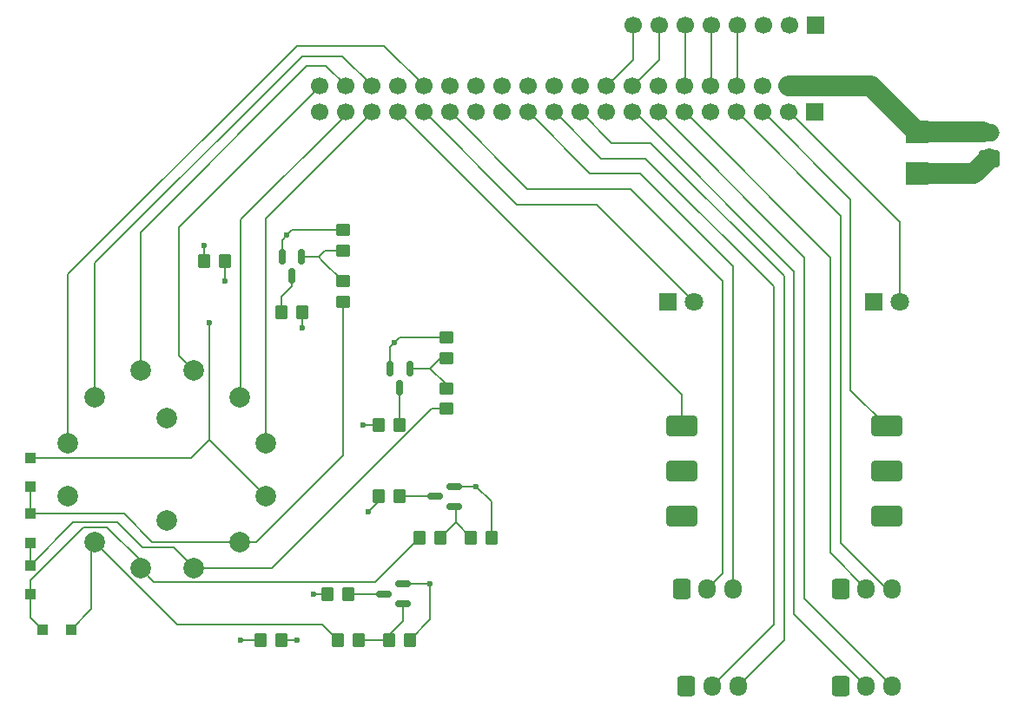
<source format=gbr>
%TF.GenerationSoftware,KiCad,Pcbnew,9.0.6*%
%TF.CreationDate,2025-12-07T15:07:03-05:00*%
%TF.ProjectId,IO_board,494f5f62-6f61-4726-942e-6b696361645f,rev?*%
%TF.SameCoordinates,Original*%
%TF.FileFunction,Copper,L1,Top*%
%TF.FilePolarity,Positive*%
%FSLAX46Y46*%
G04 Gerber Fmt 4.6, Leading zero omitted, Abs format (unit mm)*
G04 Created by KiCad (PCBNEW 9.0.6) date 2025-12-07 15:07:03*
%MOMM*%
%LPD*%
G01*
G04 APERTURE LIST*
G04 Aperture macros list*
%AMRoundRect*
0 Rectangle with rounded corners*
0 $1 Rounding radius*
0 $2 $3 $4 $5 $6 $7 $8 $9 X,Y pos of 4 corners*
0 Add a 4 corners polygon primitive as box body*
4,1,4,$2,$3,$4,$5,$6,$7,$8,$9,$2,$3,0*
0 Add four circle primitives for the rounded corners*
1,1,$1+$1,$2,$3*
1,1,$1+$1,$4,$5*
1,1,$1+$1,$6,$7*
1,1,$1+$1,$8,$9*
0 Add four rect primitives between the rounded corners*
20,1,$1+$1,$2,$3,$4,$5,0*
20,1,$1+$1,$4,$5,$6,$7,0*
20,1,$1+$1,$6,$7,$8,$9,0*
20,1,$1+$1,$8,$9,$2,$3,0*%
G04 Aperture macros list end*
%TA.AperFunction,ComponentPad*%
%ADD10C,1.700000*%
%TD*%
%TA.AperFunction,ComponentPad*%
%ADD11R,1.700000X1.700000*%
%TD*%
%TA.AperFunction,SMDPad,CuDef*%
%ADD12R,2.260600X2.209800*%
%TD*%
%TA.AperFunction,ComponentPad*%
%ADD13RoundRect,0.250000X-0.600000X-0.725000X0.600000X-0.725000X0.600000X0.725000X-0.600000X0.725000X0*%
%TD*%
%TA.AperFunction,ComponentPad*%
%ADD14O,1.700000X1.950000*%
%TD*%
%TA.AperFunction,SMDPad,CuDef*%
%ADD15RoundRect,0.150000X-0.150000X0.587500X-0.150000X-0.587500X0.150000X-0.587500X0.150000X0.587500X0*%
%TD*%
%TA.AperFunction,SMDPad,CuDef*%
%ADD16RoundRect,0.250000X-0.350000X-0.450000X0.350000X-0.450000X0.350000X0.450000X-0.350000X0.450000X0*%
%TD*%
%TA.AperFunction,ComponentPad*%
%ADD17RoundRect,0.300000X1.200000X0.700000X-1.200000X0.700000X-1.200000X-0.700000X1.200000X-0.700000X0*%
%TD*%
%TA.AperFunction,ComponentPad*%
%ADD18C,1.800000*%
%TD*%
%TA.AperFunction,ComponentPad*%
%ADD19R,1.800000X1.800000*%
%TD*%
%TA.AperFunction,SMDPad,CuDef*%
%ADD20RoundRect,0.150000X0.587500X0.150000X-0.587500X0.150000X-0.587500X-0.150000X0.587500X-0.150000X0*%
%TD*%
%TA.AperFunction,SMDPad,CuDef*%
%ADD21RoundRect,0.250000X0.450000X-0.350000X0.450000X0.350000X-0.450000X0.350000X-0.450000X-0.350000X0*%
%TD*%
%TA.AperFunction,SMDPad,CuDef*%
%ADD22RoundRect,0.250000X0.350000X0.450000X-0.350000X0.450000X-0.350000X-0.450000X0.350000X-0.450000X0*%
%TD*%
%TA.AperFunction,SMDPad,CuDef*%
%ADD23RoundRect,0.250000X0.300000X-0.300000X0.300000X0.300000X-0.300000X0.300000X-0.300000X-0.300000X0*%
%TD*%
%TA.AperFunction,SMDPad,CuDef*%
%ADD24RoundRect,0.250000X0.300000X0.300000X-0.300000X0.300000X-0.300000X-0.300000X0.300000X-0.300000X0*%
%TD*%
%TA.AperFunction,ComponentPad*%
%ADD25C,2.000000*%
%TD*%
%TA.AperFunction,ComponentPad*%
%ADD26RoundRect,0.250000X0.750000X-0.600000X0.750000X0.600000X-0.750000X0.600000X-0.750000X-0.600000X0*%
%TD*%
%TA.AperFunction,ComponentPad*%
%ADD27O,2.000000X1.700000*%
%TD*%
%TA.AperFunction,ViaPad*%
%ADD28C,0.600000*%
%TD*%
%TA.AperFunction,Conductor*%
%ADD29C,2.000000*%
%TD*%
%TA.AperFunction,Conductor*%
%ADD30C,0.200000*%
%TD*%
G04 APERTURE END LIST*
D10*
%TO.P,J2,40,Pin_40*%
%TO.N,Net-(J2-Pin_40)*%
X105740000Y-66460000D03*
%TO.P,J2,39,Pin_39*%
%TO.N,GND*%
X105740000Y-69000000D03*
%TO.P,J2,38,Pin_38*%
%TO.N,Net-(J2-Pin_38)*%
X108280000Y-66460000D03*
%TO.P,J2,37,Pin_37*%
%TO.N,Net-(J2-Pin_37)*%
X108280000Y-69000000D03*
%TO.P,J2,36,Pin_36*%
%TO.N,Net-(J2-Pin_36)*%
X110820000Y-66460000D03*
%TO.P,J2,35,Pin_35*%
%TO.N,Net-(J2-Pin_35)*%
X110820000Y-69000000D03*
%TO.P,J2,34,Pin_34*%
%TO.N,GND*%
X113360000Y-66460000D03*
%TO.P,J2,33,Pin_33*%
%TO.N,/switch_B*%
X113360000Y-69000000D03*
%TO.P,J2,32,Pin_32*%
%TO.N,Net-(J2-Pin_32)*%
X115900000Y-66460000D03*
%TO.P,J2,31,Pin_31*%
%TO.N,/LED6*%
X115900000Y-69000000D03*
%TO.P,J2,30,Pin_30*%
%TO.N,GND*%
X118440000Y-66460000D03*
%TO.P,J2,29,Pin_29*%
%TO.N,/LED1*%
X118440000Y-69000000D03*
%TO.P,J2,28,Pin_28*%
%TO.N,unconnected-(J2-Pin_28-Pad28)*%
X120980000Y-66460000D03*
%TO.P,J2,27,Pin_27*%
%TO.N,unconnected-(J2-Pin_27-Pad27)*%
X120980000Y-69000000D03*
%TO.P,J2,26,Pin_26*%
%TO.N,unconnected-(J2-Pin_26-Pad26)*%
X123520000Y-66460000D03*
%TO.P,J2,25,Pin_25*%
%TO.N,GND*%
X123520000Y-69000000D03*
%TO.P,J2,24,Pin_24*%
%TO.N,unconnected-(J2-Pin_24-Pad24)*%
X126060000Y-66460000D03*
%TO.P,J2,23,Pin_23*%
%TO.N,/button_1*%
X126060000Y-69000000D03*
%TO.P,J2,22,Pin_22*%
%TO.N,unconnected-(J2-Pin_22-Pad22)*%
X128600000Y-66460000D03*
%TO.P,J2,21,Pin_21*%
%TO.N,/LED3*%
X128600000Y-69000000D03*
%TO.P,J2,20,Pin_20*%
%TO.N,GND*%
X131140000Y-66460000D03*
%TO.P,J2,19,Pin_19*%
%TO.N,/button_3*%
X131140000Y-69000000D03*
%TO.P,J2,18,Pin_18*%
%TO.N,/GPIO_24*%
X133680000Y-66460000D03*
%TO.P,J2,17,Pin_17*%
%TO.N,unconnected-(J2-Pin_17-Pad17)*%
X133680000Y-69000000D03*
%TO.P,J2,16,Pin_16*%
%TO.N,/GPIO_23*%
X136220000Y-66460000D03*
%TO.P,J2,15,Pin_15*%
%TO.N,/LED4*%
X136220000Y-69000000D03*
%TO.P,J2,14,Pin_14*%
%TO.N,GND*%
X138760000Y-66460000D03*
%TO.P,J2,13,Pin_13*%
%TO.N,/button_4*%
X138760000Y-69000000D03*
%TO.P,J2,12,Pin_12*%
%TO.N,/GPIO_18*%
X141300000Y-66460000D03*
%TO.P,J2,11,Pin_11*%
%TO.N,/LED2*%
X141300000Y-69000000D03*
%TO.P,J2,10,Pin_10*%
%TO.N,/GPIO_15*%
X143840000Y-66460000D03*
%TO.P,J2,9,Pin_9*%
%TO.N,GND*%
X143840000Y-69000000D03*
%TO.P,J2,8,Pin_8*%
%TO.N,/GPIO_14*%
X146380000Y-66460000D03*
%TO.P,J2,7,Pin_7*%
%TO.N,/button_2*%
X146380000Y-69000000D03*
%TO.P,J2,6,Pin_6*%
%TO.N,GND*%
X148920000Y-66460000D03*
%TO.P,J2,5,Pin_5*%
%TO.N,/switch_W*%
X148920000Y-69000000D03*
%TO.P,J2,4,Pin_4*%
%TO.N,+5V*%
X151460000Y-66460000D03*
%TO.P,J2,3,Pin_3*%
%TO.N,/LED5*%
X151460000Y-69000000D03*
%TO.P,J2,2,Pin_2*%
%TO.N,+5V*%
X154000000Y-66460000D03*
D11*
%TO.P,J2,1,Pin_1*%
%TO.N,+3V3*%
X154000000Y-69000000D03*
%TD*%
D12*
%TO.P,CR1,1*%
%TO.N,+5V*%
X164000000Y-70910600D03*
%TO.P,CR1,2*%
%TO.N,GND*%
X164000000Y-75000000D03*
%TD*%
D11*
%TO.P,J7,1,Pin_1*%
%TO.N,GND*%
X154040000Y-60500000D03*
D10*
%TO.P,J7,2,Pin_2*%
%TO.N,+3V3*%
X151500000Y-60500000D03*
%TO.P,J7,3,Pin_3*%
%TO.N,+5V*%
X148960000Y-60500000D03*
%TO.P,J7,4,Pin_4*%
%TO.N,/GPIO_14*%
X146420000Y-60500000D03*
%TO.P,J7,5,Pin_5*%
%TO.N,/GPIO_15*%
X143880000Y-60500000D03*
%TO.P,J7,6,Pin_6*%
%TO.N,/GPIO_18*%
X141340000Y-60500000D03*
%TO.P,J7,7,Pin_7*%
%TO.N,/GPIO_23*%
X138800000Y-60500000D03*
%TO.P,J7,8,Pin_8*%
%TO.N,/GPIO_24*%
X136260000Y-60500000D03*
%TD*%
D13*
%TO.P,J5,1,Pin_1*%
%TO.N,GND*%
X141500000Y-125000000D03*
D14*
%TO.P,J5,2,Pin_2*%
%TO.N,/LED3*%
X144000000Y-125000000D03*
%TO.P,J5,3,Pin_3*%
%TO.N,/button_3*%
X146500000Y-125000000D03*
%TD*%
%TO.P,J3,3,Pin_3*%
%TO.N,/button_1*%
X146000000Y-115500000D03*
%TO.P,J3,2,Pin_2*%
%TO.N,/LED1*%
X143500000Y-115500000D03*
D13*
%TO.P,J3,1,Pin_1*%
%TO.N,GND*%
X141000000Y-115500000D03*
%TD*%
%TO.P,J4,1,Pin_1*%
%TO.N,GND*%
X156500000Y-115500000D03*
D14*
%TO.P,J4,2,Pin_2*%
%TO.N,/LED2*%
X159000000Y-115500000D03*
%TO.P,J4,3,Pin_3*%
%TO.N,/button_2*%
X161500000Y-115500000D03*
%TD*%
D13*
%TO.P,J6,1,Pin_1*%
%TO.N,GND*%
X156500000Y-125000000D03*
D14*
%TO.P,J6,2,Pin_2*%
%TO.N,/LED4*%
X159000000Y-125000000D03*
%TO.P,J6,3,Pin_3*%
%TO.N,/button_4*%
X161500000Y-125000000D03*
%TD*%
D15*
%TO.P,Q4,1,B*%
%TO.N,Net-(Q4-B)*%
X103950000Y-83125000D03*
%TO.P,Q4,2,E*%
%TO.N,GND*%
X102050000Y-83125000D03*
%TO.P,Q4,3,C*%
%TO.N,Net-(Q4-C)*%
X103000000Y-85000000D03*
%TD*%
D16*
%TO.P,R10,2*%
%TO.N,Net-(Q2-B)*%
X117500000Y-110500000D03*
%TO.P,R10,1*%
%TO.N,Net-(D10-K)*%
X115500000Y-110500000D03*
%TD*%
D17*
%TO.P,SW2,1,A*%
%TO.N,/switch_B*%
X141000000Y-99600000D03*
%TO.P,SW2,2,B*%
%TO.N,GND*%
X141000000Y-104000000D03*
%TO.P,SW2,3,C*%
X141000000Y-108400000D03*
%TD*%
D18*
%TO.P,D1,2,A*%
%TO.N,/LED5*%
X162250000Y-87500000D03*
D19*
%TO.P,D1,1,K*%
%TO.N,Net-(D1-K)*%
X159710000Y-87500000D03*
%TD*%
%TO.P,D2,1,K*%
%TO.N,Net-(D2-K)*%
X139710000Y-87500000D03*
D18*
%TO.P,D2,2,A*%
%TO.N,/LED6*%
X142250000Y-87500000D03*
%TD*%
D17*
%TO.P,SW1,3,C*%
%TO.N,GND*%
X161000000Y-108400000D03*
%TO.P,SW1,2,B*%
X161000000Y-104000000D03*
%TO.P,SW1,1,A*%
%TO.N,/switch_W*%
X161000000Y-99600000D03*
%TD*%
D16*
%TO.P,R14,1*%
%TO.N,Net-(Q2-B)*%
X120500000Y-110500000D03*
%TO.P,R14,2*%
%TO.N,GND*%
X122500000Y-110500000D03*
%TD*%
D20*
%TO.P,Q2,1,B*%
%TO.N,Net-(Q2-B)*%
X118875000Y-107450000D03*
%TO.P,Q2,2,E*%
%TO.N,GND*%
X118875000Y-105550000D03*
%TO.P,Q2,3,C*%
%TO.N,Net-(Q2-C)*%
X117000000Y-106500000D03*
%TD*%
D16*
%TO.P,R6,1*%
%TO.N,Net-(D6-K)*%
X111500000Y-99500000D03*
%TO.P,R6,2*%
%TO.N,Net-(Q3-C)*%
X113500000Y-99500000D03*
%TD*%
%TO.P,R4,1*%
%TO.N,Net-(D4-K)*%
X106500000Y-116000000D03*
%TO.P,R4,2*%
%TO.N,Net-(Q1-C)*%
X108500000Y-116000000D03*
%TD*%
D21*
%TO.P,R12,1*%
%TO.N,Net-(D11-A)*%
X108000000Y-87500000D03*
%TO.P,R12,2*%
%TO.N,Net-(Q4-B)*%
X108000000Y-85500000D03*
%TD*%
D16*
%TO.P,R9,1*%
%TO.N,Net-(D9-K)*%
X107500000Y-120500000D03*
%TO.P,R9,2*%
%TO.N,Net-(Q1-B)*%
X109500000Y-120500000D03*
%TD*%
D15*
%TO.P,Q3,1,B*%
%TO.N,Net-(Q3-B)*%
X114500000Y-94000000D03*
%TO.P,Q3,2,E*%
%TO.N,GND*%
X112600000Y-94000000D03*
%TO.P,Q3,3,C*%
%TO.N,Net-(Q3-C)*%
X113550000Y-95875000D03*
%TD*%
D16*
%TO.P,R13,1*%
%TO.N,Net-(Q1-B)*%
X112500000Y-120500000D03*
%TO.P,R13,2*%
%TO.N,GND*%
X114500000Y-120500000D03*
%TD*%
D22*
%TO.P,R8,1*%
%TO.N,Net-(D8-K)*%
X96500000Y-83500000D03*
%TO.P,R8,2*%
%TO.N,GND*%
X94500000Y-83500000D03*
%TD*%
D16*
%TO.P,R5,1*%
%TO.N,Net-(D5-K)*%
X111500000Y-106500000D03*
%TO.P,R5,2*%
%TO.N,Net-(Q2-C)*%
X113500000Y-106500000D03*
%TD*%
D23*
%TO.P,D11,1,K*%
%TO.N,Net-(D10-A)*%
X77500000Y-111000000D03*
%TO.P,D11,2,A*%
%TO.N,Net-(D11-A)*%
X77500000Y-108200000D03*
%TD*%
%TO.P,D12,2,A*%
%TO.N,Net-(D12-A)*%
X77500000Y-102700000D03*
%TO.P,D12,1,K*%
%TO.N,Net-(D11-A)*%
X77500000Y-105500000D03*
%TD*%
%TO.P,D10,1,K*%
%TO.N,Net-(D10-K)*%
X77500000Y-116000000D03*
%TO.P,D10,2,A*%
%TO.N,Net-(D10-A)*%
X77500000Y-113200000D03*
%TD*%
D21*
%TO.P,R16,1*%
%TO.N,Net-(Q4-B)*%
X108000000Y-82500000D03*
%TO.P,R16,2*%
%TO.N,GND*%
X108000000Y-80500000D03*
%TD*%
D20*
%TO.P,Q1,1,B*%
%TO.N,Net-(Q1-B)*%
X113875000Y-116950000D03*
%TO.P,Q1,2,E*%
%TO.N,GND*%
X113875000Y-115050000D03*
%TO.P,Q1,3,C*%
%TO.N,Net-(Q1-C)*%
X112000000Y-116000000D03*
%TD*%
D22*
%TO.P,R7,1*%
%TO.N,Net-(D7-K)*%
X104000000Y-88500000D03*
%TO.P,R7,2*%
%TO.N,Net-(Q4-C)*%
X102000000Y-88500000D03*
%TD*%
D21*
%TO.P,R15,1*%
%TO.N,Net-(Q3-B)*%
X118050000Y-93000000D03*
%TO.P,R15,2*%
%TO.N,GND*%
X118050000Y-91000000D03*
%TD*%
%TO.P,R11,1*%
%TO.N,Net-(D10-A)*%
X118050000Y-97937500D03*
%TO.P,R11,2*%
%TO.N,Net-(Q3-B)*%
X118050000Y-95937500D03*
%TD*%
D24*
%TO.P,D9,1,K*%
%TO.N,Net-(D9-K)*%
X81500000Y-119500000D03*
%TO.P,D9,2,A*%
%TO.N,Net-(D10-K)*%
X78700000Y-119500000D03*
%TD*%
D16*
%TO.P,R3,1*%
%TO.N,Net-(D3-K)*%
X100000000Y-120500000D03*
%TO.P,R3,2*%
%TO.N,GND*%
X102000000Y-120500000D03*
%TD*%
D25*
%TO.P,SW3,1,1*%
%TO.N,Net-(J2-Pin_32)*%
X81198606Y-101269674D03*
%TO.P,SW3,2,2*%
%TO.N,Net-(J2-Pin_36)*%
X83786864Y-96786864D03*
%TO.P,SW3,3,3*%
%TO.N,Net-(J2-Pin_38)*%
X88269674Y-94198606D03*
%TO.P,SW3,4,4*%
%TO.N,Net-(J2-Pin_40)*%
X93446054Y-94198606D03*
%TO.P,SW3,5,5*%
%TO.N,Net-(J2-Pin_37)*%
X97928864Y-96786864D03*
%TO.P,SW3,6,6*%
%TO.N,Net-(J2-Pin_35)*%
X100517122Y-101269674D03*
%TO.P,SW3,7,7*%
%TO.N,Net-(D12-A)*%
X100517122Y-106446054D03*
%TO.P,SW3,8,8*%
%TO.N,Net-(D11-A)*%
X97928864Y-110928864D03*
%TO.P,SW3,9,9*%
%TO.N,Net-(D10-A)*%
X93446054Y-113517122D03*
%TO.P,SW3,10,10*%
%TO.N,Net-(D10-K)*%
X88269674Y-113517122D03*
%TO.P,SW3,11,11*%
%TO.N,Net-(D9-K)*%
X83786864Y-110928864D03*
%TO.P,SW3,12,12*%
%TO.N,unconnected-(SW3-Pad12)*%
X81198606Y-106446054D03*
%TO.P,SW3,13,13*%
%TO.N,GND*%
X90857864Y-98857864D03*
%TO.P,SW3,14,14*%
%TO.N,+5V*%
X90857864Y-108857864D03*
%TD*%
D26*
%TO.P,J1,1,Pin_1*%
%TO.N,GND*%
X171000000Y-73500000D03*
D27*
%TO.P,J1,2,Pin_2*%
%TO.N,+5V*%
X171000000Y-71000000D03*
%TD*%
D28*
%TO.N,GND*%
X94500000Y-82000000D03*
X102500000Y-81000000D03*
X113000000Y-91500000D03*
X121000000Y-105500000D03*
X116500000Y-115000000D03*
X103500000Y-120500000D03*
%TO.N,Net-(D7-K)*%
X104000000Y-90000000D03*
%TO.N,Net-(D5-K)*%
X110500000Y-108000000D03*
%TO.N,Net-(D6-K)*%
X110000000Y-99500000D03*
%TO.N,Net-(D3-K)*%
X98000000Y-120500000D03*
%TO.N,Net-(D8-K)*%
X96500000Y-85500000D03*
%TO.N,Net-(D12-A)*%
X95000000Y-89500000D03*
%TO.N,Net-(D4-K)*%
X105122137Y-116000001D03*
%TD*%
D29*
%TO.N,+5V*%
X154000000Y-66460000D02*
X151460000Y-66460000D01*
D30*
%TO.N,/GPIO_24*%
X136260000Y-63920000D02*
X136260000Y-60500000D01*
X133720000Y-66460000D02*
X136260000Y-63920000D01*
%TO.N,/GPIO_23*%
X138800000Y-63920000D02*
X138800000Y-60500000D01*
X136260000Y-66460000D02*
X138800000Y-63920000D01*
%TO.N,/GPIO_18*%
X141340000Y-66460000D02*
X141340000Y-60500000D01*
%TO.N,/GPIO_15*%
X143880000Y-66460000D02*
X143880000Y-60500000D01*
%TO.N,/GPIO_14*%
X146420000Y-66460000D02*
X146420000Y-60500000D01*
%TO.N,/button_2*%
X156500000Y-79080000D02*
X146420000Y-69000000D01*
X156500000Y-111000000D02*
X156500000Y-79080000D01*
%TO.N,/LED2*%
X155500000Y-83160000D02*
X141340000Y-69000000D01*
X155500000Y-112000000D02*
X155500000Y-83160000D01*
%TO.N,/button_4*%
X153000000Y-83200000D02*
X138800000Y-69000000D01*
X153000000Y-116500000D02*
X153000000Y-83200000D01*
%TO.N,/LED4*%
X152000000Y-84500000D02*
X136500000Y-69000000D01*
X136500000Y-69000000D02*
X136260000Y-69000000D01*
X152000000Y-118000000D02*
X152000000Y-84500000D01*
%TO.N,/button_3*%
X134180000Y-72000000D02*
X131180000Y-69000000D01*
X138000000Y-72000000D02*
X134180000Y-72000000D01*
X151000000Y-85000000D02*
X138000000Y-72000000D01*
X151000000Y-120500000D02*
X151000000Y-85000000D01*
%TO.N,/LED3*%
X150000000Y-86000000D02*
X137500000Y-73500000D01*
X150000000Y-119000000D02*
X150000000Y-86000000D01*
X137500000Y-73500000D02*
X133140000Y-73500000D01*
X133140000Y-73500000D02*
X128640000Y-69000000D01*
%TO.N,/button_1*%
X132100000Y-75000000D02*
X126100000Y-69000000D01*
X137000000Y-75000000D02*
X132100000Y-75000000D01*
X146000000Y-84000000D02*
X137000000Y-75000000D01*
X146000000Y-115500000D02*
X146000000Y-84000000D01*
%TO.N,/LED1*%
X136000000Y-76500000D02*
X125980000Y-76500000D01*
X125980000Y-76500000D02*
X118480000Y-69000000D01*
X145000000Y-85500000D02*
X136000000Y-76500000D01*
X145000000Y-114000000D02*
X145000000Y-85500000D01*
%TO.N,Net-(J2-Pin_38)*%
X106360000Y-64500000D02*
X108320000Y-66460000D01*
X104500000Y-64500000D02*
X106360000Y-64500000D01*
X88269674Y-80730326D02*
X104500000Y-64500000D01*
X88269674Y-94198606D02*
X88269674Y-80730326D01*
%TO.N,Net-(J2-Pin_36)*%
X104000000Y-63500000D02*
X107900000Y-63500000D01*
X107900000Y-63500000D02*
X110860000Y-66460000D01*
X83786864Y-83713136D02*
X104000000Y-63500000D01*
X83786864Y-96786864D02*
X83786864Y-83713136D01*
%TO.N,Net-(J2-Pin_32)*%
X103500000Y-62500000D02*
X111980000Y-62500000D01*
X111980000Y-62500000D02*
X115940000Y-66460000D01*
X81198606Y-84801394D02*
X103500000Y-62500000D01*
X81198606Y-101269674D02*
X81198606Y-84801394D01*
%TO.N,/LED6*%
X132750000Y-78000000D02*
X142250000Y-87500000D01*
X124940000Y-78000000D02*
X132750000Y-78000000D01*
X115940000Y-69000000D02*
X124940000Y-78000000D01*
%TO.N,/LED1*%
X143500000Y-115500000D02*
X145000000Y-114000000D01*
%TO.N,/button_3*%
X146500000Y-125000000D02*
X151000000Y-120500000D01*
%TO.N,/LED4*%
X159000000Y-125000000D02*
X152000000Y-118000000D01*
%TO.N,/LED3*%
X144000000Y-125000000D02*
X150000000Y-119000000D01*
%TO.N,/switch_W*%
X157500000Y-77540000D02*
X148960000Y-69000000D01*
X157500000Y-96100000D02*
X157500000Y-77540000D01*
X161000000Y-99600000D02*
X157500000Y-96100000D01*
%TO.N,Net-(Q4-C)*%
X103000000Y-86000000D02*
X103000000Y-85000000D01*
X102000000Y-88500000D02*
X102000000Y-87000000D01*
X102000000Y-87000000D02*
X103000000Y-86000000D01*
%TO.N,Net-(J2-Pin_37)*%
X98000000Y-79500000D02*
X108320000Y-69180000D01*
X98000000Y-96715728D02*
X98000000Y-79500000D01*
X97928864Y-96786864D02*
X98000000Y-96715728D01*
X108320000Y-69180000D02*
X108320000Y-69000000D01*
%TO.N,Net-(J2-Pin_35)*%
X100500000Y-101252552D02*
X100500000Y-79360000D01*
X100517122Y-101269674D02*
X100500000Y-101252552D01*
X100500000Y-79360000D02*
X110860000Y-69000000D01*
%TO.N,Net-(J2-Pin_40)*%
X92000000Y-80240000D02*
X105780000Y-66460000D01*
X92000000Y-92752552D02*
X92000000Y-80240000D01*
X93446054Y-94198606D02*
X92000000Y-92752552D01*
%TO.N,/switch_B*%
X141000000Y-99600000D02*
X141000000Y-96600000D01*
X141000000Y-96600000D02*
X113400000Y-69000000D01*
%TO.N,/button_4*%
X161500000Y-125000000D02*
X153000000Y-116500000D01*
D29*
%TO.N,+5V*%
X159460000Y-66460000D02*
X154040000Y-66460000D01*
X163910600Y-70910600D02*
X159460000Y-66460000D01*
D30*
X164000000Y-70910600D02*
X163910600Y-70910600D01*
D29*
X170410600Y-70910600D02*
X164000000Y-70910600D01*
D30*
X170500000Y-71000000D02*
X170410600Y-70910600D01*
X171000000Y-71000000D02*
X170500000Y-71000000D01*
D29*
%TO.N,GND*%
X169500000Y-75000000D02*
X171000000Y-73500000D01*
X164000000Y-75000000D02*
X169500000Y-75000000D01*
D30*
%TO.N,/LED5*%
X162250000Y-79750000D02*
X162250000Y-87500000D01*
X151500000Y-69000000D02*
X162250000Y-79750000D01*
%TO.N,GND*%
X94500000Y-83500000D02*
X94500000Y-82000000D01*
X103000000Y-80500000D02*
X108000000Y-80500000D01*
X102500000Y-81000000D02*
X103000000Y-80500000D01*
X102050000Y-81450000D02*
X102500000Y-81000000D01*
X102050000Y-83125000D02*
X102050000Y-81450000D01*
X113500000Y-91000000D02*
X118050000Y-91000000D01*
X113000000Y-91500000D02*
X113500000Y-91000000D01*
X112600000Y-91900000D02*
X113000000Y-91500000D01*
X112600000Y-94000000D02*
X112600000Y-91900000D01*
X122500000Y-107000000D02*
X121000000Y-105500000D01*
X122500000Y-110500000D02*
X122500000Y-107000000D01*
X120950000Y-105550000D02*
X121000000Y-105500000D01*
X118875000Y-105550000D02*
X120950000Y-105550000D01*
X116500000Y-118500000D02*
X116500000Y-115000000D01*
X114500000Y-120500000D02*
X116500000Y-118500000D01*
X116450000Y-115050000D02*
X116500000Y-115000000D01*
X113875000Y-115050000D02*
X116450000Y-115050000D01*
X102000000Y-120500000D02*
X103500000Y-120500000D01*
%TO.N,Net-(D7-K)*%
X104000000Y-90000000D02*
X104000000Y-88500000D01*
%TO.N,Net-(D5-K)*%
X111500000Y-107000000D02*
X111500000Y-106500000D01*
X110500000Y-108000000D02*
X111500000Y-107000000D01*
%TO.N,Net-(D6-K)*%
X111500000Y-99500000D02*
X110000000Y-99500000D01*
%TO.N,Net-(D9-K)*%
X83500000Y-111215728D02*
X83786864Y-110928864D01*
X83500000Y-117500000D02*
X83500000Y-111215728D01*
X81500000Y-119500000D02*
X83500000Y-117500000D01*
%TO.N,Net-(D10-K)*%
X85000000Y-109500000D02*
X88269674Y-112769674D01*
X82687918Y-109500000D02*
X85000000Y-109500000D01*
X77500000Y-114687918D02*
X82687918Y-109500000D01*
X77500000Y-116000000D02*
X77500000Y-114687918D01*
X88269674Y-112769674D02*
X88269674Y-113517122D01*
%TO.N,Net-(D10-A)*%
X93446054Y-113446054D02*
X93446054Y-113517122D01*
X91500000Y-111500000D02*
X93446054Y-113446054D01*
X88500000Y-111500000D02*
X91500000Y-111500000D01*
X86000000Y-109000000D02*
X88500000Y-111500000D01*
X81700000Y-109000000D02*
X86000000Y-109000000D01*
X77500000Y-113200000D02*
X81700000Y-109000000D01*
%TO.N,Net-(D11-A)*%
X89428864Y-110928864D02*
X97928864Y-110928864D01*
X86700000Y-108200000D02*
X89428864Y-110928864D01*
X77500000Y-108200000D02*
X86700000Y-108200000D01*
%TO.N,Net-(D10-K)*%
X77500000Y-118300000D02*
X78700000Y-119500000D01*
X77500000Y-116000000D02*
X77500000Y-118300000D01*
%TO.N,Net-(D10-A)*%
X77500000Y-111000000D02*
X77500000Y-113200000D01*
%TO.N,Net-(D11-A)*%
X77500000Y-105500000D02*
X77500000Y-108200000D01*
%TO.N,Net-(D12-A)*%
X93228932Y-102700000D02*
X77500000Y-102700000D01*
X95000000Y-100928932D02*
X93228932Y-102700000D01*
%TO.N,Net-(D11-A)*%
X99571136Y-110928864D02*
X108000000Y-102500000D01*
X97928864Y-110928864D02*
X99571136Y-110928864D01*
X108000000Y-102500000D02*
X108000000Y-87500000D01*
%TO.N,Net-(D3-K)*%
X98000000Y-120500000D02*
X100000000Y-120500000D01*
%TO.N,Net-(D8-K)*%
X96500000Y-85500000D02*
X96500000Y-83500000D01*
%TO.N,Net-(D12-A)*%
X95000000Y-100928932D02*
X95000000Y-89500000D01*
X100517122Y-106446054D02*
X95000000Y-100928932D01*
%TO.N,Net-(Q2-B)*%
X119000000Y-109000000D02*
X120500000Y-110500000D01*
%TO.N,Net-(Q3-B)*%
X116500000Y-94000000D02*
X117500000Y-93000000D01*
X117500000Y-93000000D02*
X118050000Y-93000000D01*
%TO.N,Net-(Q4-B)*%
X106250000Y-82500000D02*
X108000000Y-82500000D01*
X105625000Y-83125000D02*
X106250000Y-82500000D01*
X105625000Y-83125000D02*
X103950000Y-83125000D01*
X106000000Y-83500000D02*
X105625000Y-83125000D01*
X108000000Y-85500000D02*
X106000000Y-83500000D01*
%TO.N,Net-(Q3-C)*%
X113550000Y-99450000D02*
X113500000Y-99500000D01*
X113550000Y-95875000D02*
X113550000Y-99450000D01*
%TO.N,Net-(Q3-B)*%
X116500000Y-94000000D02*
X114500000Y-94000000D01*
X118050000Y-95550000D02*
X116500000Y-94000000D01*
X118050000Y-95937500D02*
X118050000Y-95550000D01*
%TO.N,Net-(D10-A)*%
X116648660Y-97937500D02*
X118050000Y-97937500D01*
X101069038Y-113517122D02*
X116648660Y-97937500D01*
X93446054Y-113517122D02*
X101069038Y-113517122D01*
%TO.N,Net-(Q2-C)*%
X117000000Y-106500000D02*
X113500000Y-106500000D01*
%TO.N,Net-(Q2-B)*%
X119000000Y-109000000D02*
X119000000Y-107575000D01*
X119000000Y-107575000D02*
X118875000Y-107450000D01*
X117500000Y-110500000D02*
X119000000Y-109000000D01*
%TO.N,Net-(D10-K)*%
X111181878Y-114818122D02*
X115500000Y-110500000D01*
X88269674Y-113517122D02*
X89570674Y-114818122D01*
X89570674Y-114818122D02*
X111181878Y-114818122D01*
%TO.N,Net-(D4-K)*%
X106500000Y-116000000D02*
X105122137Y-116000001D01*
%TO.N,Net-(Q1-C)*%
X112000000Y-116000000D02*
X108500000Y-116000000D01*
%TO.N,Net-(Q1-B)*%
X112500000Y-120000000D02*
X113875000Y-118625000D01*
X113875000Y-118625000D02*
X113875000Y-116950000D01*
X112500000Y-120500000D02*
X112500000Y-120000000D01*
X109500000Y-120500000D02*
X112500000Y-120500000D01*
%TO.N,Net-(D9-K)*%
X106000000Y-119000000D02*
X107500000Y-120500000D01*
X91858000Y-119000000D02*
X106000000Y-119000000D01*
X83786864Y-110928864D02*
X91858000Y-119000000D01*
%TO.N,/LED2*%
X159000000Y-115500000D02*
X155500000Y-112000000D01*
%TO.N,/button_2*%
X156500000Y-111000000D02*
X161000000Y-115500000D01*
%TD*%
M02*

</source>
